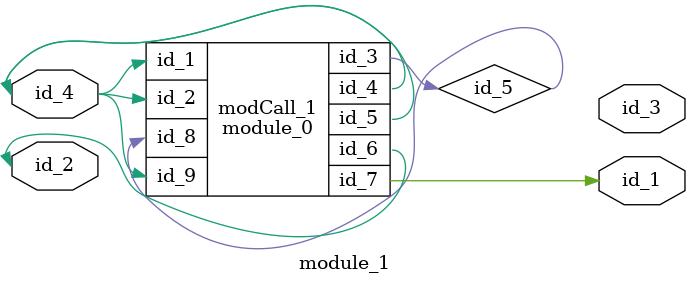
<source format=v>
module module_0 (
    id_1,
    id_2,
    id_3,
    id_4,
    id_5,
    id_6,
    id_7,
    id_8,
    id_9
);
  input wire id_9;
  input wire id_8;
  output wire id_7;
  output wire id_6;
  output wire id_5;
  output wire id_4;
  output wire id_3;
  input wire id_2;
  input wire id_1;
  wire id_10;
  wire id_11;
  assign id_3 = 1;
  wire id_12;
  wire id_13;
  assign id_7 = 1;
endmodule
module module_1 (
    id_1,
    id_2,
    id_3,
    id_4
);
  inout wire id_4;
  output wire id_3;
  inout wire id_2;
  output wire id_1;
  wire id_5;
  module_0 modCall_1 (
      id_4,
      id_4,
      id_5,
      id_4,
      id_4,
      id_2,
      id_1,
      id_5,
      id_4
  );
  assign id_5 = id_5;
endmodule

</source>
